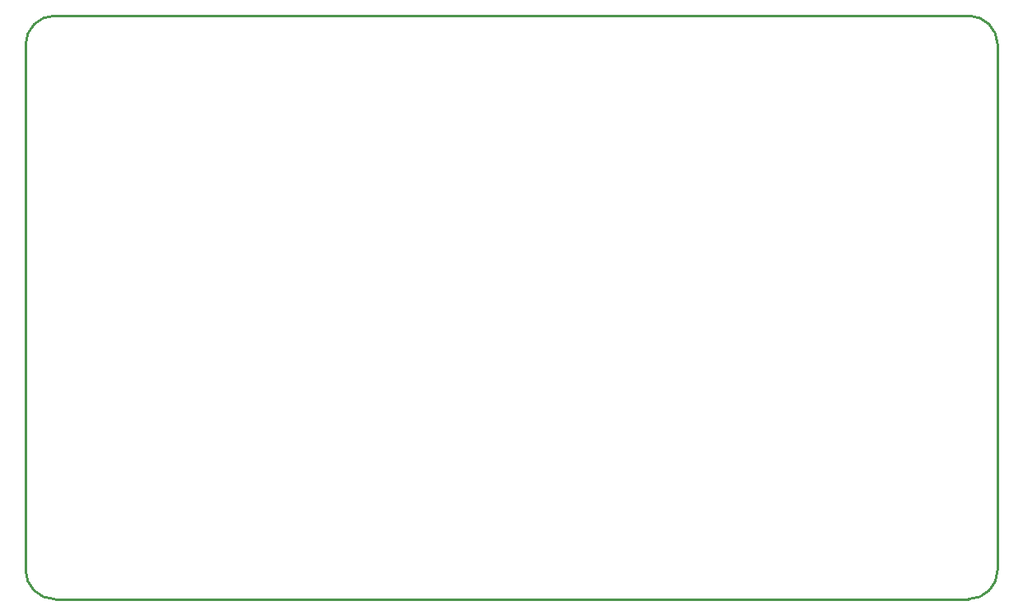
<source format=gko>
G04 Layer: BoardOutlineLayer*
G04 EasyEDA Pro v2.2.36.5, 2025-02-22 11:45:42*
G04 Gerber Generator version 0.3*
G04 Scale: 100 percent, Rotated: No, Reflected: No*
G04 Dimensions in millimeters*
G04 Leading zeros omitted, absolute positions, 4 integers and 5 decimals*
%FSLAX45Y45*%
%MOMM*%
%ADD10C,0.254*%
G75*


G04 Rect Start*
G54D10*
G01X0Y300000D02*
G01X0Y5700000D01*
G02X300000Y6000000I300000J0D01*
G01X9700000Y6000000D01*
G02X10000000Y5700000I0J-300000D01*
G01X10000000Y300000D01*
G02X9700000Y0I-300000J0D01*
G01X300000Y0D01*
G02X0Y300000I0J300000D01*
G04 Rect End*

M02*


</source>
